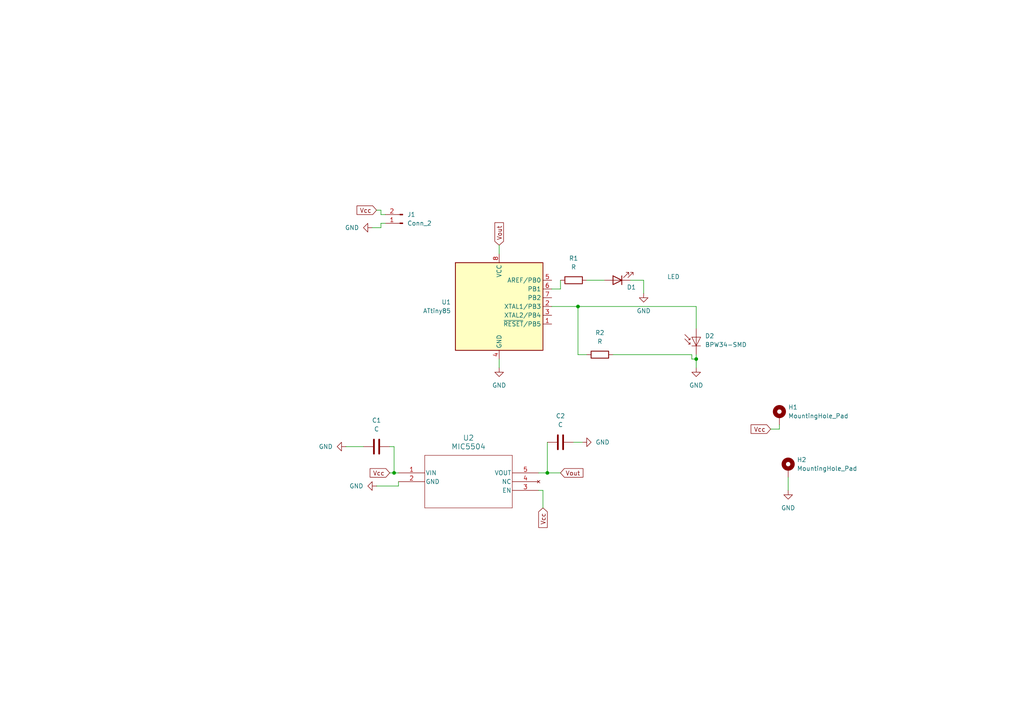
<source format=kicad_sch>
(kicad_sch (version 20231120) (generator "eeschema") (generator_version "8.0")
  (paper "A4")
  (lib_symbols
    (symbol "Connector:Conn_01x02_Pin" (pin_names (offset 1.016) hide)
      (property "Reference" "J" (at 0 2.54 0))
      (property "Value" "Conn_01x02_Pin" (at 0 -5.08 0))
      (symbol "Conn_01x02_Pin_1_1"
        (polyline (pts (xy 1.27 -2.54) (xy 0.8636 -2.54)) (stroke (width 0.1524)))
        (polyline (pts (xy 1.27 0) (xy 0.8636 0)) (stroke (width 0.1524)))
        (rectangle (start 0.8636 -2.413) (end 0 -2.667) (stroke (width 0.1524)) (fill (type outline)))
        (rectangle (start 0.8636 0.127) (end 0 -0.127) (stroke (width 0.1524)) (fill (type outline)))
        (pin passive line (at 5.08 0 180) (length 3.81) (name "Pin_1") (number "1"))
        (pin passive line (at 5.08 -2.54 180) (length 3.81) (name "Pin_2") (number "2"))
      )
    )
    (symbol "Device:C" (pin_numbers hide) (pin_names (offset 0.254))
      (property "Reference" "C" (at 0.635 2.54 0))
      (property "Value" "C" (at 0.635 -2.54 0))
      (symbol "C_0_1"
        (polyline (pts (xy -2.032 -0.762) (xy 2.032 -0.762)) (stroke (width 0.508)))
        (polyline (pts (xy -2.032 0.762) (xy 2.032 0.762)) (stroke (width 0.508)))
      )
      (symbol "C_1_1"
        (pin passive line (at 0 3.81 270) (length 2.794) (name "~") (number "1"))
        (pin passive line (at 0 -3.81 90) (length 2.794) (name "~") (number "2"))
      )
    )
    (symbol "Device:LED" (pin_numbers hide) (pin_names (offset 1.016) hide)
      (property "Reference" "D" (at 0 2.54 0))
      (property "Value" "LED" (at 0 -2.54 0))
      (symbol "LED_0_1"
        (polyline (pts (xy -1.27 -1.27) (xy -1.27 1.27)) (stroke (width 0.254)))
        (polyline (pts (xy -1.27 0) (xy 1.27 0)))
        (polyline (pts (xy 1.27 -1.27) (xy 1.27 1.27) (xy -1.27 0) (xy 1.27 -1.27)) (stroke (width 0.254)))
        (polyline (pts (xy -3.048 -0.762) (xy -4.572 -2.286) (xy -3.81 -2.286) (xy -4.572 -2.286) (xy -4.572 -1.524)))
        (polyline (pts (xy -1.778 -0.762) (xy -3.302 -2.286) (xy -2.54 -2.286) (xy -3.302 -2.286) (xy -3.302 -1.524)))
      )
      (symbol "LED_1_1"
        (pin passive line (at -3.81 0 0) (length 2.54) (name "K") (number "1"))
        (pin passive line (at 3.81 0 180) (length 2.54) (name "A") (number "2"))
      )
    )
    (symbol "Device:R" (pin_numbers hide) (pin_names (offset 0))
      (property "Reference" "R" (at 2.032 0 90))
      (property "Value" "R" (at 0 0 90))
      (symbol "R_0_1"
        (rectangle (start -1.016 -2.54) (end 1.016 2.54) (stroke (width 0.254)))
      )
      (symbol "R_1_1"
        (pin passive line (at 0 3.81 270) (length 1.27) (name "~") (number "1"))
        (pin passive line (at 0 -3.81 90) (length 1.27) (name "~") (number "2"))
      )
    )
    (symbol "MCU_Microchip_ATtiny:ATtiny85-20S"
      (property "Reference" "U" (at -12.7 13.97 0))
      (property "Value" "ATtiny85-20S" (at 2.54 -13.97 0))
      (symbol "ATtiny85-20S_0_1"
        (rectangle (start -12.7 -12.7) (end 12.7 12.7) (stroke (width 0.254)) (fill (type background)))
      )
      (symbol "ATtiny85-20S_1_1"
        (pin bidirectional line (at 15.24 -5.08 180) (length 2.54) (name "~{RESET}/PB5") (number "1"))
        (pin bidirectional line (at 15.24 0 180) (length 2.54) (name "XTAL1/PB3") (number "2"))
        (pin bidirectional line (at 15.24 -2.54 180) (length 2.54) (name "XTAL2/PB4") (number "3"))
        (pin power_in line (at 0 -15.24 90) (length 2.54) (name "GND") (number "4"))
        (pin bidirectional line (at 15.24 7.62 180) (length 2.54) (name "AREF/PB0") (number "5"))
        (pin bidirectional line (at 15.24 5.08 180) (length 2.54) (name "PB1") (number "6"))
        (pin bidirectional line (at 15.24 2.54 180) (length 2.54) (name "PB2") (number "7"))
        (pin power_in line (at 0 15.24 270) (length 2.54) (name "VCC") (number "8"))
      )
    )
    (symbol "MIC5504:MIC5504-3.3YM5-TR" (pin_names (offset 0.254))
      (property "Reference" "U" (at 20.32 10.16 0))
      (property "Value" "MIC5504-3.3YM5-TR" (at 20.32 7.62 0))
      (symbol "MIC5504-3.3YM5-TR_0_1"
        (polyline (pts (xy 7.62 -10.16) (xy 33.02 -10.16)) (stroke (width 0.127)))
        (polyline (pts (xy 7.62 5.08) (xy 7.62 -10.16)) (stroke (width 0.127)))
        (polyline (pts (xy 33.02 -10.16) (xy 33.02 5.08)) (stroke (width 0.127)))
        (polyline (pts (xy 33.02 5.08) (xy 7.62 5.08)) (stroke (width 0.127)))
        (pin input line (at 0 0 0) (length 7.62) (name "VIN") (number "1"))
        (pin power_in line (at 0 -2.54 0) (length 7.62) (name "GND") (number "2"))
        (pin input line (at 40.64 -5.08 180) (length 7.62) (name "EN") (number "3"))
        (pin no_connect line (at 40.64 -2.54 180) (length 7.62) (name "NC") (number "4"))
        (pin output line (at 40.64 0 180) (length 7.62) (name "VOUT") (number "5"))
      )
    )
    (symbol "Mechanical:MountingHole_Pad" (pin_numbers hide) (pin_names (offset 1.016) hide) (exclude_from_sim yes) (in_bom no)
      (property "Reference" "H" (at 0 6.35 0))
      (property "Value" "MountingHole_Pad" (at 0 4.445 0))
      (symbol "MountingHole_Pad_0_1"
        (circle (center 0 1.27) (radius 1.27) (stroke (width 1.27)))
      )
      (symbol "MountingHole_Pad_1_1"
        (pin input line (at 0 -2.54 90) (length 2.54) (name "1") (number "1"))
      )
    )
    (symbol "Sensor_Optical:BPW34-SMD" (pin_numbers hide) (pin_names (offset 1.016) hide)
      (property "Reference" "D" (at 0.508 1.778 0))
      (property "Value" "BPW34-SMD" (at -1.016 -2.794 0))
      (symbol "BPW34-SMD_0_1"
        (polyline (pts (xy -2.54 1.27) (xy -2.54 -1.27)) (stroke (width 0.1524)))
        (polyline (pts (xy -2.032 1.778) (xy -1.524 1.778)))
        (polyline (pts (xy 0 -1.27) (xy 0 1.27)))
        (polyline (pts (xy 0 0) (xy -2.54 0)))
        (polyline (pts (xy -0.508 3.302) (xy -2.032 1.778) (xy -2.032 2.286)))
        (polyline (pts (xy 0 1.27) (xy -2.54 0) (xy 0 -1.27)))
        (polyline (pts (xy 0.762 3.302) (xy -0.762 1.778) (xy -0.762 2.286) (xy -0.762 1.778) (xy -0.254 1.778)))
      )
      (symbol "BPW34-SMD_1_1"
        (pin passive line (at -5.08 0 0) (length 2.54) (name "K") (number "1"))
        (pin passive line (at 2.54 0 180) (length 2.54) (name "A") (number "2"))
      )
    )
    (symbol "power:GND" (power) (pin_numbers hide) (pin_names (offset 0) hide)
      (property "Value" "GND" (at 0 -3.81 0))
      (symbol "GND_0_1"
        (polyline (pts (xy 0 0) (xy 0 -1.27) (xy 1.27 -1.27) (xy 0 -2.54) (xy -1.27 -1.27) (xy 0 -1.27)))
      )
      (symbol "GND_1_1"
        (pin power_in line (at 0 0 270) (length 0) (name "~") (number "1"))
      )
    )
  )
  (junction (at 158.75 137.16))
  (junction (at 167.64 88.9))
  (junction (at 201.93 104.14))
  (junction (at 114.3 137.16))
  (wire (pts (xy 157.48 142.24) (xy 157.48 147.32)))
  (wire (pts (xy 110.49 66.04) (xy 110.49 64.77)))
  (wire (pts (xy 200.66 104.14) (xy 201.93 104.14)))
  (wire (pts (xy 107.95 66.04) (xy 110.49 66.04)))
  (wire (pts (xy 160.02 83.82) (xy 162.56 83.82)))
  (wire (pts (xy 113.03 137.16) (xy 114.3 137.16)))
  (wire (pts (xy 160.02 88.9) (xy 167.64 88.9)))
  (wire (pts (xy 170.18 81.28) (xy 175.26 81.28)))
  (wire (pts (xy 223.52 124.46) (xy 226.06 124.46)))
  (wire (pts (xy 226.06 124.46) (xy 226.06 123.19)))
  (wire (pts (xy 201.93 104.14) (xy 201.93 106.68)))
  (wire (pts (xy 115.57 140.97) (xy 115.57 139.7)))
  (wire (pts (xy 110.49 60.96) (xy 110.49 62.23)))
  (wire (pts (xy 110.49 62.23) (xy 111.76 62.23)))
  (wire (pts (xy 156.21 137.16) (xy 158.75 137.16)))
  (wire (pts (xy 167.64 88.9) (xy 201.93 88.9)))
  (wire (pts (xy 186.69 85.09) (xy 186.69 81.28)))
  (wire (pts (xy 158.75 128.27) (xy 158.75 137.16)))
  (wire (pts (xy 167.64 102.87) (xy 170.18 102.87)))
  (wire (pts (xy 109.22 60.96) (xy 110.49 60.96)))
  (wire (pts (xy 109.22 140.97) (xy 115.57 140.97)))
  (wire (pts (xy 166.37 128.27) (xy 168.91 128.27)))
  (wire (pts (xy 156.21 142.24) (xy 157.48 142.24)))
  (wire (pts (xy 182.88 81.28) (xy 186.69 81.28)))
  (wire (pts (xy 114.3 129.54) (xy 114.3 137.16)))
  (wire (pts (xy 167.64 88.9) (xy 167.64 102.87)))
  (wire (pts (xy 200.66 102.87) (xy 200.66 104.14)))
  (wire (pts (xy 201.93 102.87) (xy 201.93 104.14)))
  (wire (pts (xy 110.49 64.77) (xy 111.76 64.77)))
  (wire (pts (xy 144.78 71.12) (xy 144.78 73.66)))
  (wire (pts (xy 162.56 83.82) (xy 162.56 81.28)))
  (wire (pts (xy 158.75 137.16) (xy 162.56 137.16)))
  (wire (pts (xy 144.78 104.14) (xy 144.78 106.68)))
  (wire (pts (xy 177.8 102.87) (xy 200.66 102.87)))
  (wire (pts (xy 228.6 138.43) (xy 228.6 142.24)))
  (wire (pts (xy 100.33 129.54) (xy 105.41 129.54)))
  (wire (pts (xy 114.3 137.16) (xy 115.57 137.16)))
  (wire (pts (xy 113.03 129.54) (xy 114.3 129.54)))
  (wire (pts (xy 201.93 88.9) (xy 201.93 95.25)))
  (global_label "Vcc" (shape input) (at 109.22 60.96 180) (property "Intersheetrefs" "${INTERSHEET_REFS}" (effects (hide yes))))
  (global_label "Vout" (shape input) (at 162.56 137.16 0) (property "Intersheetrefs" "${INTERSHEET_REFS}" (effects (hide yes))))
  (global_label "Vcc" (shape input) (at 223.52 124.46 180) (property "Intersheetrefs" "${INTERSHEET_REFS}" (effects (hide yes))))
  (global_label "Vcc" (shape input) (at 113.03 137.16 180) (property "Intersheetrefs" "${INTERSHEET_REFS}" (effects (hide yes))))
  (global_label "Vout" (shape input) (at 144.78 71.12 90) (property "Intersheetrefs" "${INTERSHEET_REFS}" (effects (hide yes))))
  (global_label "Vcc" (shape input) (at 157.48 147.32 270) (property "Intersheetrefs" "${INTERSHEET_REFS}" (effects (hide yes))))
  (symbol (lib_id "power:GND") (at 100.33 129.54 270) (unit 1)
    (property "Reference" "#PWR07" (effects (hide yes)))
    (property "Value" "GND" (at 96.52 129.5399 90) (effects (justify right)))
    (property "Description" "Power symbol creates a global label with name \"GND\" , ground" (effects (hide yes)))
  )
  (symbol (lib_id "power:GND") (at 186.69 85.09 0) (unit 1)
    (property "Reference" "#PWR02" (effects (hide yes)))
    (property "Value" "GND" (at 186.69 90.17 0))
    (property "Description" "Power symbol creates a global label with name \"GND\" , ground" (effects (hide yes)))
  )
  (symbol (lib_id "MCU_Microchip_ATtiny:ATtiny85-20S") (at 144.78 88.9 0) (unit 1)
    (property "Reference" "U1" (at 130.81 87.6299 0) (effects (justify right)))
    (property "Value" "ATtiny85" (at 130.81 90.1699 0) (effects (justify right)))
    (property "Footprint" "Package_SO:SOIC-8W_5.3x5.3mm_P1.27mm" (effects (hide yes)))
    (property "Datasheet" "http://ww1.microchip.com/downloads/en/DeviceDoc/atmel-2586-avr-8-bit-microcontroller-attiny25-attiny45-attiny85_datasheet.pdf" (effects (hide yes)))
    (property "Description" "20MHz, 8kB Flash, 512B SRAM, 512B EEPROM, debugWIRE, SOIC-8W" (effects (hide yes)))
  )
  (symbol (lib_id "Sensor_Optical:BPW34-SMD") (at 201.93 97.79 90) (unit 1)
    (property "Reference" "D2" (at 204.47 97.447 90) (effects (justify right)))
    (property "Value" "BPW34-SMD" (at 204.47 99.987 90) (effects (justify right)))
    (property "Footprint" "OptoDevice:Osram_BPW34S-SMD" (effects (hide yes)))
    (property "Datasheet" "https://dammedia.osram.info/media/resource/hires/osram-dam-5488319/BPW%2034%20S_EN.pdf" (effects (hide yes)))
    (property "Description" "Silicon PIN Photodiode, Area 2.65x2.65mm" (effects (hide yes)))
  )
  (symbol (lib_id "MIC5504:MIC5504-3.3YM5-TR") (at 115.57 137.16 0) (unit 1)
    (property "Reference" "U2" (at 135.89 127 0) (effects (font (size 1.524 1.524))))
    (property "Value" "MIC5504" (at 135.89 129.54 0) (effects (font (size 1.524 1.524))))
    (property "Footprint" "Package_TO_SOT_SMD:SOT-23-5" (effects (hide yes)))
    (property "Datasheet" "MIC5504-3.3YM5-TR" (effects (hide yes)))
  )
  (symbol (lib_id "power:GND") (at 107.95 66.04 270) (unit 1)
    (property "Reference" "#PWR03" (effects (hide yes)))
    (property "Value" "GND" (at 104.14 66.0399 90) (effects (justify right)))
    (property "Description" "Power symbol creates a global label with name \"GND\" , ground" (effects (hide yes)))
  )
  (symbol (lib_id "power:GND") (at 168.91 128.27 90) (unit 1)
    (property "Reference" "#PWR08" (effects (hide yes)))
    (property "Value" "GND" (at 172.72 128.2699 90) (effects (justify right)))
    (property "Description" "Power symbol creates a global label with name \"GND\" , ground" (effects (hide yes)))
  )
  (symbol (lib_id "power:GND") (at 144.78 106.68 0) (unit 1)
    (property "Reference" "#PWR01" (effects (hide yes)))
    (property "Value" "GND" (at 144.78 111.76 0))
    (property "Description" "Power symbol creates a global label with name \"GND\" , ground" (effects (hide yes)))
  )
  (symbol (lib_id "Device:C") (at 109.22 129.54 90) (unit 1)
    (property "Reference" "C1" (at 109.22 121.92 90))
    (property "Value" "C" (at 109.22 124.46 90))
    (property "Footprint" "Capacitor_SMD:C_0603_1608Metric" (effects (hide yes)))
    (property "Description" "Unpolarized capacitor" (effects (hide yes)))
  )
  (symbol (lib_id "power:GND") (at 201.93 106.68 0) (unit 1)
    (property "Reference" "#PWR04" (effects (hide yes)))
    (property "Value" "GND" (at 201.93 111.76 0))
    (property "Description" "Power symbol creates a global label with name \"GND\" , ground" (effects (hide yes)))
  )
  (symbol (lib_id "Connector:Conn_01x02_Pin") (at 116.84 64.77 180) (unit 1)
    (property "Reference" "J1" (at 118.11 62.2299 0) (effects (justify right)))
    (property "Value" "Conn_2" (at 118.11 64.7699 0) (effects (justify right)))
    (property "Footprint" "Connector_PinHeader_2.54mm:PinHeader_1x02_P2.54mm_Vertical" (effects (hide yes)))
    (property "Description" "Generic connector, single row, 01x02, script generated" (effects (hide yes)))
  )
  (symbol (lib_id "power:GND") (at 109.22 140.97 270) (unit 1)
    (property "Reference" "#PWR05" (effects (hide yes)))
    (property "Value" "GND" (at 105.41 140.9699 90) (effects (justify right)))
    (property "Description" "Power symbol creates a global label with name \"GND\" , ground" (effects (hide yes)))
  )
  (symbol (lib_id "Mechanical:MountingHole_Pad") (at 226.06 120.65 0) (unit 1) (exclude_from_sim yes) (in_bom no)
    (property "Reference" "H1" (at 228.6 118.1099 0) (effects (justify left)))
    (property "Value" "MountingHole_Pad" (at 228.6 120.6499 0) (effects (justify left)))
    (property "Footprint" "MountingHole:MT_Hole" (effects (hide yes)))
    (property "Description" "Mounting Hole with connection" (effects (hide yes)))
  )
  (symbol (lib_id "Device:R") (at 173.99 102.87 90) (unit 1)
    (property "Reference" "R2" (at 173.99 96.52 90))
    (property "Value" "R" (at 173.99 99.06 90))
    (property "Footprint" "Resistor_SMD:R_0805_2012Metric" (effects (hide yes)))
    (property "Description" "Resistor" (effects (hide yes)))
  )
  (symbol (lib_id "Device:R") (at 166.37 81.28 90) (unit 1)
    (property "Reference" "R1" (at 166.37 74.93 90))
    (property "Value" "R" (at 166.37 77.47 90))
    (property "Footprint" "Resistor_SMD:R_0603_1608Metric_Pad0.98x0.95mm_HandSolder" (effects (hide yes)))
    (property "Description" "Resistor" (effects (hide yes)))
  )
  (symbol (lib_id "Device:C") (at 162.56 128.27 90) (unit 1)
    (property "Reference" "C2" (at 162.56 120.65 90))
    (property "Value" "C" (at 162.56 123.19 90))
    (property "Footprint" "Capacitor_SMD:C_0603_1608Metric" (effects (hide yes)))
    (property "Description" "Unpolarized capacitor" (effects (hide yes)))
  )
  (symbol (lib_id "power:GND") (at 228.6 142.24 0) (unit 1)
    (property "Reference" "#PWR06" (effects (hide yes)))
    (property "Value" "GND" (at 228.6 147.32 0))
    (property "Description" "Power symbol creates a global label with name \"GND\" , ground" (effects (hide yes)))
  )
  (symbol (lib_id "Mechanical:MountingHole_Pad") (at 228.6 135.89 0) (unit 1) (exclude_from_sim yes) (in_bom no)
    (property "Reference" "H2" (at 231.14 133.3499 0) (effects (justify left)))
    (property "Value" "MountingHole_Pad" (at 231.14 135.8899 0) (effects (justify left)))
    (property "Footprint" "MountingHole:MT_Hole" (effects (hide yes)))
    (property "Description" "Mounting Hole with connection" (effects (hide yes)))
  )
  (symbol (lib_id "Device:LED") (at 179.07 81.28 180) (unit 1)
    (property "Reference" "D1" (at 183.134 83.312 0))
    (property "Value" "LED" (at 195.326 80.264 0))
    (property "Footprint" "LED_THT:LED_D5.0mm_Clear" (effects (hide yes)))
    (property "Description" "Light emitting diode" (effects (hide yes)))
  )
)
</source>
